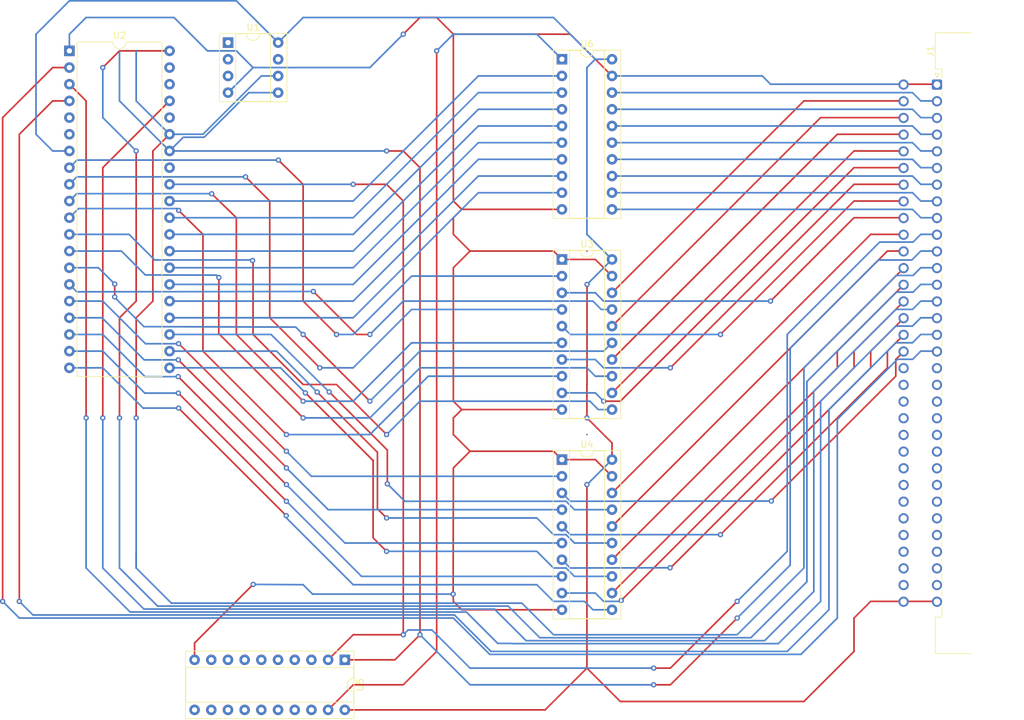
<source format=kicad_pcb>
(kicad_pcb (version 20211014) (generator pcbnew)
  (layers (0 "F.Cu" signal) (31 "B.Cu" signal) (34 "B.Paste" user) (35 "F.Paste" user) (36 "B.SilkS" user "B.Silkscreen") (37 "F.SilkS" user "F.Silkscreen") (38 "B.Mask" user) (39 "F.Mask" user) (44 "Edge.Cuts" user))
  (net 0 "")
  (net 1 "GND")
  (net 2 "Net-(J1-Pad2)")
  (net 3 "Net-(J1-Pad3)")
  (net 4 "Net-(J1-Pad4)")
  (net 5 "Net-(J1-Pad5)")
  (net 6 "Net-(J1-Pad6)")
  (net 7 "Net-(J1-Pad7)")
  (net 8 "Net-(J1-Pad8)")
  (net 9 "Net-(J1-Pad9)")
  (net 10 "Net-(J1-Pad10)")
  (net 11 "Net-(J1-Pad11)")
  (net 12 "Net-(J1-Pad12)")
  (net 13 "Net-(J1-Pad13)")
  (net 14 "Net-(J1-Pad14)")
  (net 15 "Net-(J1-Pad15)")
  (net 16 "Net-(J1-Pad16)")
  (net 17 "Net-(J1-Pad17)")
  (net 32 "VCC")
  (net 47 "Net-(J1-Pad48)")
  (net 48 "Net-(J1-Pad49)")
  (net 49 "Net-(J1-Pad50)")
  (net 50 "Net-(J1-Pad51)")
  (net 51 "Net-(J1-Pad52)")
  (net 52 "Net-(J1-Pad53)")
  (net 53 "Net-(J1-Pad54)")
  (net 54 "Net-(J1-Pad55)")
  (net 55 "Net-(J1-Pad56)")
  (net 56 "Net-(J1-Pad57)")
  (net 57 "Net-(J1-Pad58)")
  (net 58 "Net-(J1-Pad59)")
  (net 59 "Net-(J1-Pad60)")
  (net 60 "Net-(J1-Pad61)")
  (net 61 "Net-(J1-Pad62)")
  (net 62 "Net-(J1-Pad63)")
  (net 69 "Net-(U2-Pad8)")
  (net 70 "Net-(U2-Pad9)")
  (net 71 "Net-(U2-Pad10)")
  (net 72 "Net-(U2-Pad11)")
  (net 73 "Net-(U2-Pad12)")
  (net 74 "Net-(U2-Pad13)")
  (net 75 "Net-(U2-Pad14)")
  (net 76 "Net-(U2-Pad15)")
  (net 77 "Net-(U2-Pad16)")
  (net 78 "Net-(U2-Pad17)")
  (net 79 "Net-(U2-Pad18)")
  (net 80 "Net-(U2-Pad19)")
  (net 81 "Net-(U2-Pad20)")
  (net 82 "Net-(U2-Pad21)")
  (net 83 "Net-(U2-Pad22)")
  (net 84 "Net-(U2-Pad23)")
  (net 85 "Net-(U2-Pad24)")
  (net 86 "Net-(U2-Pad25)")
  (net 87 "Net-(U2-Pad26)")
  (net 88 "Net-(U2-Pad27)")
  (net 89 "Net-(U2-Pad28)")
  (net 90 "Net-(U2-Pad29)")
  (net 91 "Net-(U2-Pad30)")
  (net 92 "Net-(U2-Pad31)")
  (net 107 "Net-(U5-Pad19)")
  (footprint "Package_DIP:DIP-8_W7.62mm_Socket" (layer "F.Cu") (at 133.36 36.84)
    (fp_text reference "U1")
    (fp_text value "ATtiny85-20P")
  )
  (footprint "Package_DIP:DIP-20_W7.62mm_Socket" (layer "F.Cu") (at 151.125 130.82 -90)
    (fp_text reference "U5")
    (fp_text value "GAL20V8")
  )
  (footprint "card_bus_2_32:DIN41612_R_2x32_Male_Horizontal_THT" (layer "F.Cu") (at 200.043608 83.87482)
    (fp_text reference "J1")
    (fp_text value "card_bus_2_32")
  )
  (footprint "Package_DIP:DIP-20_W7.62mm_Socket" (layer "F.Cu") (at 184.16 39.375)
    (fp_text reference "U6")
    (fp_text value "74LS245")
  )
  (footprint "Package_DIP:DIP-20_W7.62mm_Socket" (layer "F.Cu") (at 184.16 100.335)
    (fp_text reference "U4")
    (fp_text value "74LS244")
  )
  (footprint "Package_DIP:DIP-20_W7.62mm_Socket" (layer "F.Cu") (at 184.16 69.855)
    (fp_text reference "U3")
    (fp_text value "74LS244")
  )
  (footprint "Package_DIP:DIP-40_W15.24mm" (layer "F.Cu") (at 109.22 38.1)
    (fp_text reference "U2")
    (fp_text value "HD63B09EP")
  )
  (segment (start 236.22 43.18) (end 241.3 43.18) (width 0.25) (layer "F.Cu") (net 1))
  (segment (start 167.64 66.04) (end 170.18 68.58) (width 0.25) (layer "F.Cu") (net 1))
  (segment (start 167.64 91.44) (end 168.915 92.715) (width 0.25) (layer "F.Cu") (net 1))
  (segment (start 189.24 69.855) (end 191.78 72.395) (width 0.25) (layer "F.Cu") (net 1))
  (segment (start 182.885 68.58) (end 184.16 69.855) (width 0.25) (layer "F.Cu") (net 1))
  (segment (start 167.64 101.6) (end 167.608598 120.810494) (width 0.25) (layer "F.Cu") (net 1))
  (segment (start 168.905 62.235) (end 168.905 62.225) (width 0.25) (layer "F.Cu") (net 1))
  (segment (start 167.64 93.99) (end 167.64 96.52) (width 0.25) (layer "F.Cu") (net 1))
  (segment (start 128.265 128.250576) (end 128.265 130.82) (width 0.25) (layer "F.Cu") (net 1))
  (segment (start 184.16 69.855) (end 189.24 69.855) (width 0.25) (layer "F.Cu") (net 1))
  (segment (start 167.64 96.52) (end 170.18 99.06) (width 0.25) (layer "F.Cu") (net 1))
  (segment (start 170.18 99.06) (end 167.64 101.6) (width 0.25) (layer "F.Cu") (net 1))
  (segment (start 162.56 33.02) (end 165.1 33.02) (width 0.25) (layer "F.Cu") (net 1))
  (segment (start 168.915 123.195) (end 168.905 123.195) (width 0.25) (layer "F.Cu") (net 1))
  (segment (start 168.905 62.225) (end 167.64 60.96) (width 0.25) (layer "F.Cu") (net 1))
  (segment (start 185.425 35.56) (end 191.78 41.915) (width 0.25) (layer "F.Cu") (net 1))
  (segment (start 170.18 68.58) (end 182.885 68.58) (width 0.25) (layer "F.Cu") (net 1))
  (segment (start 189.24 100.335) (end 191.78 102.875) (width 0.25) (layer "F.Cu") (net 1))
  (segment (start 167.64 121.92) (end 168.915 123.195) (width 0.25) (layer "F.Cu") (net 1))
  (segment (start 137.180934 119.334642) (end 128.265 128.250576) (width 0.25) (layer "F.Cu") (net 1))
  (segment (start 167.64 63.5) (end 167.64 66.04) (width 0.25) (layer "F.Cu") (net 1))
  (segment (start 182.885 99.06) (end 184.16 100.335) (width 0.25) (layer "F.Cu") (net 1))
  (segment (start 160.02 35.56) (end 162.56 33.02) (width 0.25) (layer "F.Cu") (net 1))
  (segment (start 168.915 123.195) (end 184.16 123.195) (width 0.25) (layer "F.Cu") (net 1))
  (segment (start 167.64 35.56) (end 165.1 33.02) (width 0.25) (layer "F.Cu") (net 1))
  (segment (start 168.915 92.715) (end 184.16 92.715) (width 0.25) (layer "F.Cu") (net 1))
  (segment (start 167.64 60.96) (end 167.64 35.56) (width 0.25) (layer "F.Cu") (net 1))
  (segment (start 167.64 35.56) (end 185.425 35.56) (width 0.25) (layer "F.Cu") (net 1))
  (segment (start 184.16 62.235) (end 168.905 62.235) (width 0.25) (layer "F.Cu") (net 1))
  (segment (start 184.16 100.335) (end 189.24 100.335) (width 0.25) (layer "F.Cu") (net 1))
  (segment (start 170.18 99.06) (end 182.885 99.06) (width 0.25) (layer "F.Cu") (net 1))
  (segment (start 167.64 71.12) (end 167.64 91.44) (width 0.25) (layer "F.Cu") (net 1))
  (segment (start 168.915 92.715) (end 167.64 93.99) (width 0.25) (layer "F.Cu") (net 1))
  (segment (start 170.18 68.58) (end 167.64 71.12) (width 0.25) (layer "F.Cu") (net 1))
  (segment (start 167.608598 120.810494) (end 167.64 121.92) (width 0.25) (layer "F.Cu") (net 1))
  (segment (start 168.905 62.235) (end 167.64 63.5) (width 0.25) (layer "F.Cu") (net 1))
  (segment (start 187.965 68.58) (end 187.96 68.58) (width 0.25) (layer "F.Cu") (net 1))
  (via (at 137.180934 119.334642) (size 0.8) (drill 0.4) (layers "F.Cu" "B.Cu") (net 1))
  (via (at 167.608598 120.810494) (size 0.8) (drill 0.4) (layers "F.Cu" "B.Cu") (net 1))
  (via (at 160.02 35.56) (size 0.8) (drill 0.4) (layers "F.Cu" "B.Cu") (net 1))
  (segment (start 134.62 38.1) (end 130.2186 38.1) (width 0.25) (layer "B.Cu") (net 1))
  (segment (start 154.94 40.64) (end 160.02 35.56) (width 0.25) (layer "B.Cu") (net 1))
  (segment (start 191.78 41.915) (end 214.635 41.915) (width 0.25) (layer "B.Cu") (net 1))
  (segment (start 214.635 41.915) (end 215.9 43.18) (width 0.25) (layer "B.Cu") (net 1))
  (segment (start 134.301802 43.518198) (end 134.301802 43.498198) (width 0.25) (layer "B.Cu") (net 1))
  (segment (start 125.1386 33.02) (end 111.76 33.02) (width 0.25) (layer "B.Cu") (net 1))
  (segment (start 109.22 35.56) (end 109.22 38.1) (width 0.25) (layer "B.Cu") (net 1))
  (segment (start 215.9 43.18) (end 236.22 43.18) (width 0.25) (layer "B.Cu") (net 1))
  (segment (start 146.210494 120.810494) (end 144.78 119.38) (width 0.25) (layer "B.Cu") (net 1))
  (segment (start 137.180934 119.334642) (end 137.16 119.38) (width 0.25) (layer "B.Cu") (net 1))
  (segment (start 144.78 119.38) (end 137.180934 119.334642) (width 0.25) (layer "B.Cu") (net 1))
  (segment (start 133.36 44.46) (end 137.18 40.64) (width 0.25) (layer "B.Cu") (net 1))
  (segment (start 133.36 44.46) (end 134.301802 43.518198) (width 0.25) (layer "B.Cu") (net 1))
  (segment (start 167.608598 120.810494) (end 146.210494 120.810494) (width 0.25) (layer "B.Cu") (net 1))
  (segment (start 111.76 33.02) (end 109.22 35.56) (width 0.25) (layer "B.Cu") (net 1))
  (segment (start 137.18 40.64) (end 147.32 40.64) (width 0.25) (layer "B.Cu") (net 1))
  (segment (start 130.2186 38.1) (end 125.1386 33.02) (width 0.25) (layer "B.Cu") (net 1))
  (segment (start 147.32 40.64) (end 154.94 40.64) (width 0.25) (layer "B.Cu") (net 1))
  (segment (start 137.16 40.64) (end 134.62 38.1) (width 0.25) (layer "B.Cu") (net 1))
  (segment (start 220.98 45.72) (end 236.22 45.72) (width 0.25) (layer "F.Cu") (net 2))
  (segment (start 191.78 74.935) (end 208.28 58.435) (width 0.25) (layer "F.Cu") (net 2))
  (segment (start 208.28 58.42) (end 220.98 45.72) (width 0.25) (layer "F.Cu") (net 2))
  (segment (start 208.28 58.435) (end 208.28 58.42) (width 0.25) (layer "F.Cu") (net 2))
  (segment (start 210.82 60.96) (end 223.52 48.26) (width 0.25) (layer "F.Cu") (net 3))
  (segment (start 223.52 48.26) (end 236.22 48.26) (width 0.25) (layer "F.Cu") (net 3))
  (segment (start 191.78 80.015) (end 210.82 60.975) (width 0.25) (layer "F.Cu") (net 3))
  (segment (start 210.82 60.975) (end 210.82 60.96) (width 0.25) (layer "F.Cu") (net 3))
  (segment (start 208.28 68.595) (end 208.28 68.58) (width 0.25) (layer "F.Cu") (net 4))
  (segment (start 208.28 68.58) (end 226.06 50.8) (width 0.25) (layer "F.Cu") (net 4))
  (segment (start 226.06 50.8) (end 236.22 50.8) (width 0.25) (layer "F.Cu") (net 4))
  (segment (start 191.78 85.095) (end 208.28 68.595) (width 0.25) (layer "F.Cu") (net 4))
  (segment (start 213.36 68.58) (end 228.6 53.34) (width 0.25) (layer "F.Cu") (net 5))
  (segment (start 228.6 53.34) (end 236.22 53.34) (width 0.25) (layer "F.Cu") (net 5))
  (segment (start 191.78 90.175) (end 213.36 68.595) (width 0.25) (layer "F.Cu") (net 5))
  (segment (start 213.36 68.595) (end 213.36 68.58) (width 0.25) (layer "F.Cu") (net 5))
  (segment (start 193.04 91.44) (end 228.6 55.88) (width 0.25) (layer "F.Cu") (net 6))
  (segment (start 228.6 55.88) (end 236.22 55.88) (width 0.25) (layer "F.Cu") (net 6))
  (segment (start 190.5 91.44) (end 193.04 91.44) (width 0.25) (layer "F.Cu") (net 6))
  (via (at 190.5 91.44) (size 0.8) (drill 0.4) (layers "F.Cu" "B.Cu") (net 6))
  (segment (start 190.5 91.44) (end 189.235 90.175) (width 0.25) (layer "B.Cu") (net 6))
  (segment (start 189.235 90.175) (end 184.16 90.175) (width 0.25) (layer "B.Cu") (net 6))
  (segment (start 200.66 86.36) (end 228.6 58.42) (width 0.25) (layer "F.Cu") (net 7))
  (segment (start 228.6 58.42) (end 236.22 58.42) (width 0.25) (layer "F.Cu") (net 7))
  (via (at 200.66 86.36) (size 0.8) (drill 0.4) (layers "F.Cu" "B.Cu") (net 7))
  (segment (start 189.235 85.095) (end 190.5 86.36) (width 0.25) (layer "B.Cu") (net 7))
  (segment (start 190.5 86.36) (end 200.66 86.36) (width 0.25) (layer "B.Cu") (net 7))
  (segment (start 184.16 85.095) (end 189.235 85.095) (width 0.25) (layer "B.Cu") (net 7))
  (segment (start 208.28 81.28) (end 228.6 60.96) (width 0.25) (layer "F.Cu") (net 8))
  (segment (start 228.6 60.96) (end 236.22 60.96) (width 0.25) (layer "F.Cu") (net 8))
  (via (at 208.28 81.28) (size 0.8) (drill 0.4) (layers "F.Cu" "B.Cu") (net 8))
  (segment (start 185.425 81.28) (end 184.16 80.015) (width 0.25) (layer "B.Cu") (net 8))
  (segment (start 208.28 81.28) (end 185.425 81.28) (width 0.25) (layer "B.Cu") (net 8))
  (segment (start 228.6 63.5) (end 236.22 63.5) (width 0.25) (layer "F.Cu") (net 9))
  (segment (start 215.9 76.2) (end 228.6 63.5) (width 0.25) (layer "F.Cu") (net 9))
  (via (at 215.9 76.2) (size 0.8) (drill 0.4) (layers "F.Cu" "B.Cu") (net 9))
  (segment (start 184.16 74.935) (end 189.235 74.935) (width 0.25) (layer "B.Cu") (net 9))
  (segment (start 189.235 74.935) (end 190.5 76.2) (width 0.25) (layer "B.Cu") (net 9))
  (segment (start 190.5 76.2) (end 215.9 76.2) (width 0.25) (layer "B.Cu") (net 9))
  (segment (start 231.14 66.04) (end 236.22 66.04) (width 0.25) (layer "F.Cu") (net 10))
  (segment (start 218.44 78.755) (end 218.44 78.74) (width 0.25) (layer "F.Cu") (net 10))
  (segment (start 218.44 78.74) (end 231.14 66.04) (width 0.25) (layer "F.Cu") (net 10))
  (segment (start 191.78 105.415) (end 218.44 78.755) (width 0.25) (layer "F.Cu") (net 10))
  (segment (start 191.78 110.495) (end 205.74 96.535) (width 0.25) (layer "F.Cu") (net 11))
  (segment (start 205.74 96.535) (end 205.74 96.52) (width 0.25) (layer "F.Cu") (net 11))
  (segment (start 233.68 68.58) (end 236.22 68.58) (width 0.25) (layer "F.Cu") (net 11))
  (segment (start 205.74 96.52) (end 233.68 68.58) (width 0.25) (layer "F.Cu") (net 11))
  (segment (start 205.74 101.6) (end 236.22 71.12) (width 0.25) (layer "F.Cu") (net 12))
  (segment (start 191.78 115.575) (end 205.74 101.615) (width 0.25) (layer "F.Cu") (net 12))
  (segment (start 205.74 101.615) (end 205.74 101.6) (width 0.25) (layer "F.Cu") (net 12))
  (segment (start 191.78 120.655) (end 226.06 86.375) (width 0.25) (layer "F.Cu") (net 13))
  (segment (start 226.06 83.82) (end 236.22 73.66) (width 0.25) (layer "F.Cu") (net 13))
  (segment (start 226.06 86.375) (end 226.06 83.82) (width 0.25) (layer "F.Cu") (net 13))
  (segment (start 193.18 121.78) (end 228.6 86.36) (width 0.25) (layer "F.Cu") (net 14))
  (segment (start 228.6 86.36) (end 228.6 83.82) (width 0.25) (layer "F.Cu") (net 14))
  (segment (start 228.6 83.82) (end 236.22 76.2) (width 0.25) (layer "F.Cu") (net 14))
  (via (at 193.18 121.78) (size 0.8) (drill 0.4) (layers "F.Cu" "B.Cu") (net 14))
  (segment (start 189.235 120.655) (end 190.5 121.92) (width 0.25) (layer "B.Cu") (net 14))
  (segment (start 193.04 121.92) (end 193.18 121.78) (width 0.25) (layer "B.Cu") (net 14))
  (segment (start 190.5 121.92) (end 193.04 121.92) (width 0.25) (layer "B.Cu") (net 14))
  (segment (start 184.16 120.655) (end 189.235 120.655) (width 0.25) (layer "B.Cu") (net 14))
  (segment (start 231.14 86.36) (end 231.14 83.82) (width 0.25) (layer "F.Cu") (net 15))
  (segment (start 200.697217 116.802783) (end 231.14 86.36) (width 0.25) (layer "F.Cu") (net 15))
  (segment (start 231.14 83.82) (end 236.22 78.74) (width 0.25) (layer "F.Cu") (net 15))
  (segment (start 200.613479 116.802783) (end 200.697217 116.802783) (width 0.25) (layer "F.Cu") (net 15))
  (via (at 200.613479 116.802783) (size 0.8) (drill 0.4) (layers "F.Cu" "B.Cu") (net 15))
  (segment (start 185.425 116.84) (end 200.613479 116.802783) (width 0.25) (layer "B.Cu") (net 15))
  (segment (start 200.613479 116.802783) (end 200.66 116.84) (width 0.25) (layer "B.Cu") (net 15))
  (segment (start 184.16 115.575) (end 185.425 116.84) (width 0.25) (layer "B.Cu") (net 15))
  (segment (start 233.68 86.36) (end 233.68 83.82) (width 0.25) (layer "F.Cu") (net 16))
  (segment (start 208.28 111.76) (end 233.68 86.36) (width 0.25) (layer "F.Cu") (net 16))
  (segment (start 233.68 83.82) (end 236.22 81.28) (width 0.25) (layer "F.Cu") (net 16))
  (via (at 208.28 111.76) (size 0.8) (drill 0.4) (layers "F.Cu" "B.Cu") (net 16))
  (segment (start 205.74 111.76) (end 208.28 111.76) (width 0.25) (layer "B.Cu") (net 16))
  (segment (start 185.425 111.76) (end 205.74 111.76) (width 0.25) (layer "B.Cu") (net 16))
  (segment (start 184.16 110.495) (end 185.425 111.76) (width 0.25) (layer "B.Cu") (net 16))
  (segment (start 216.020952 106.642783) (end 216.020952 106.559048) (width 0.25) (layer "F.Cu") (net 17))
  (segment (start 234.954278 87.625722) (end 234.954278 85.085722) (width 0.25) (layer "F.Cu") (net 17))
  (segment (start 216.020952 106.559048) (end 234.954278 87.625722) (width 0.25) (layer "F.Cu") (net 17))
  (segment (start 234.954278 85.085722) (end 236.22 83.82) (width 0.25) (layer "F.Cu") (net 17))
  (via (at 216.020952 106.642783) (size 0.8) (drill 0.4) (layers "F.Cu" "B.Cu") (net 17))
  (segment (start 185.425 106.68) (end 216.020952 106.642783) (width 0.25) (layer "B.Cu") (net 17))
  (segment (start 185.425 106.68) (end 185.4225 106.6775) (width 0.25) (layer "B.Cu") (net 17))
  (segment (start 216.020952 106.642783) (end 215.9 106.68) (width 0.25) (layer "B.Cu") (net 17))
  (segment (start 185.4225 106.6775) (end 184.16 105.415) (width 0.25) (layer "B.Cu") (net 17))
  (segment (start 187.96 128.025305) (end 187.96 119.38) (width 0.25) (layer "F.Cu") (net 32))
  (segment (start 187.96 132.08) (end 187.96 127) (width 0.25) (layer "F.Cu") (net 32))
  (segment (start 187.96 93.98) (end 191.78 97.8) (width 0.25) (layer "F.Cu") (net 32))
  (segment (start 187.96 88.9) (end 187.96 93.98) (width 0.25) (layer "F.Cu") (net 32))
  (segment (start 187.96 104.14) (end 187.96 119.38) (width 0.25) (layer "F.Cu") (net 32))
  (segment (start 181.6 138.44) (end 187.96 132.08) (width 0.25) (layer "F.Cu") (net 32))
  (segment (start 187.96 132.08) (end 193.04 137.16) (width 0.25) (layer "F.Cu") (net 32))
  (segment (start 187.975 73.66) (end 187.975 88.885) (width 0.25) (layer "F.Cu") (net 32))
  (segment (start 231.14 121.92) (end 236.22 121.92) (width 0.25) (layer "F.Cu") (net 32))
  (segment (start 187.975 88.885) (end 187.96 88.9) (width 0.25) (layer "F.Cu") (net 32))
  (segment (start 220.98 137.16) (end 228.6 129.54) (width 0.25) (layer "F.Cu") (net 32))
  (segment (start 236.22 121.92) (end 241.3 121.92) (width 0.25) (layer "F.Cu") (net 32))
  (segment (start 228.6 124.46) (end 231.14 121.92) (width 0.25) (layer "F.Cu") (net 32))
  (segment (start 191.78 97.8) (end 191.78 100.335) (width 0.25) (layer "F.Cu") (net 32))
  (segment (start 151.125 138.44) (end 181.6 138.44) (width 0.25) (layer "F.Cu") (net 32))
  (segment (start 193.04 137.16) (end 220.98 137.16) (width 0.25) (layer "F.Cu") (net 32))
  (segment (start 228.6 129.54) (end 228.6 124.46) (width 0.25) (layer "F.Cu") (net 32))
  (via (at 187.96 93.98) (size 0.8) (drill 0.4) (layers "F.Cu" "B.Cu") (net 32))
  (via (at 187.96 104.14) (size 0.8) (drill 0.4) (layers "F.Cu" "B.Cu") (net 32))
  (via (at 187.975 73.66) (size 0.8) (drill 0.4) (layers "F.Cu" "B.Cu") (net 32))
  (segment (start 104.14 50.8) (end 104.14 35.56) (width 0.25) (layer "B.Cu") (net 32))
  (segment (start 140.98 36.84) (end 134.62 30.48) (width 0.25) (layer "B.Cu") (net 32))
  (segment (start 182.87 33.02) (end 144.78 33.02) (width 0.25) (layer "B.Cu") (net 32))
  (segment (start 144.78 33.02) (end 144.78 33.04) (width 0.25) (layer "B.Cu") (net 32))
  (segment (start 189.225 39.375) (end 191.78 39.375) (width 0.25) (layer "B.Cu") (net 32))
  (segment (start 191.78 100.335) (end 187.975 104.14) (width 0.25) (layer "B.Cu") (net 32))
  (segment (start 104.14 50.8) (end 106.68 53.34) (width 0.25) (layer "B.Cu") (net 32))
  (segment (start 187.96 40.64) (end 189.225 39.375) (width 0.25) (layer "B.Cu") (net 32))
  (segment (start 106.68 53.34) (end 109.22 53.34) (width 0.25) (layer "B.Cu") (net 32))
  (segment (start 187.975 104.14) (end 187.96 104.14) (width 0.25) (layer "B.Cu") (net 32))
  (segment (start 189.225 39.375) (end 182.87 33.02) (width 0.25) (layer "B.Cu") (net 32))
  (segment (start 144.78 33.04) (end 140.98 36.84) (width 0.25) (layer "B.Cu") (net 32))
  (segment (start 187.96 66.04) (end 187.96 40.64) (width 0.25) (layer "B.Cu") (net 32))
  (segment (start 187.965 66.04) (end 187.96 66.04) (width 0.25) (layer "B.Cu") (net 32))
  (segment (start 191.78 69.855) (end 187.975 73.66) (width 0.25) (layer "B.Cu") (net 32))
  (segment (start 187.96 96.52) (end 187.965 96.52) (width 0.25) (layer "B.Cu") (net 32))
  (segment (start 109.22 30.48) (end 104.14 35.56) (width 0.25) (layer "B.Cu") (net 32))
  (segment (start 191.78 69.855) (end 187.965 66.04) (width 0.25) (layer "B.Cu") (net 32))
  (segment (start 134.62 30.48) (end 109.22 30.48) (width 0.25) (layer "B.Cu") (net 32))
  (segment (start 99.06 121.92) (end 99.06 48.26) (width 0.25) (layer "F.Cu") (net 47))
  (segment (start 99.06 48.26) (end 106.68 40.64) (width 0.25) (layer "F.Cu") (net 47))
  (segment (start 106.68 40.64) (end 109.22 40.64) (width 0.25) (layer "F.Cu") (net 47))
  (via (at 99.06 121.92) (size 0.8) (drill 0.4) (layers "F.Cu" "B.Cu") (net 47))
  (segment (start 237.517913 85.062087) (end 235.201208 85.062087) (width 0.25) (layer "B.Cu") (net 47))
  (segment (start 226.06 124.46) (end 220.53 129.99) (width 0.25) (layer "B.Cu") (net 47))
  (segment (start 226.06 94.203295) (end 226.06 124.46) (width 0.25) (layer "B.Cu") (net 47))
  (segment (start 238.76 83.82) (end 237.517913 85.062087) (width 0.25) (layer "B.Cu") (net 47))
  (segment (start 238.76 83.82) (end 241.3 83.82) (width 0.25) (layer "B.Cu") (net 47))
  (segment (start 220.53 129.99) (end 173.17 129.99) (width 0.25) (layer "B.Cu") (net 47))
  (segment (start 101.6 124.46) (end 99.06 121.92) (width 0.25) (layer "B.Cu") (net 47))
  (segment (start 173.17 129.99) (end 167.64 124.46) (width 0.25) (layer "B.Cu") (net 47))
  (segment (start 167.64 124.46) (end 101.6 124.46) (width 0.25) (layer "B.Cu") (net 47))
  (segment (start 235.201208 85.062087) (end 226.06 94.203295) (width 0.25) (layer "B.Cu") (net 47))
  (segment (start 101.6 121.92) (end 101.6 50.8) (width 0.25) (layer "F.Cu") (net 48))
  (segment (start 106.68 45.72) (end 109.22 45.72) (width 0.25) (layer "F.Cu") (net 48))
  (segment (start 101.6 50.8) (end 106.68 45.72) (width 0.25) (layer "F.Cu") (net 48))
  (via (at 101.6 121.92) (size 0.8) (drill 0.4) (layers "F.Cu" "B.Cu") (net 48))
  (segment (start 103.668983 123.988983) (end 167.805379 123.988983) (width 0.25) (layer "B.Cu") (net 48))
  (segment (start 238.76 81.28) (end 241.3 81.28) (width 0.25) (layer "B.Cu") (net 48))
  (segment (start 218.44 129.54) (end 224.785722 123.194278) (width 0.25) (layer "B.Cu") (net 48))
  (segment (start 224.785722 123.194278) (end 224.785722 92.714278) (width 0.25) (layer "B.Cu") (net 48))
  (segment (start 234.954278 82.545722) (end 237.494278 82.545722) (width 0.25) (layer "B.Cu") (net 48))
  (segment (start 224.785722 92.714278) (end 234.954278 82.545722) (width 0.25) (layer "B.Cu") (net 48))
  (segment (start 237.494278 82.545722) (end 238.76 81.28) (width 0.25) (layer "B.Cu") (net 48))
  (segment (start 101.6 121.92) (end 103.668983 123.988983) (width 0.25) (layer "B.Cu") (net 48))
  (segment (start 173.356396 129.54) (end 218.44 129.54) (width 0.25) (layer "B.Cu") (net 48))
  (segment (start 167.805379 123.988983) (end 173.356396 129.54) (width 0.25) (layer "B.Cu") (net 48))
  (segment (start 111.76 93.98) (end 111.76 45.72) (width 0.25) (layer "F.Cu") (net 49))
  (segment (start 109.22 43.18) (end 111.76 45.72) (width 0.25) (layer "F.Cu") (net 49))
  (via (at 111.76 93.98) (size 0.8) (drill 0.4) (layers "F.Cu" "B.Cu") (net 49))
  (segment (start 234.954278 80.005722) (end 237.494278 80.005722) (width 0.25) (layer "B.Cu") (net 49))
  (segment (start 223.52 121.92) (end 223.52 91.44) (width 0.25) (layer "B.Cu") (net 49))
  (segment (start 237.494278 80.005722) (end 238.76 78.74) (width 0.25) (layer "B.Cu") (net 49))
  (segment (start 118.458983 123.538983) (end 169.618351 123.538983) (width 0.25) (layer "B.Cu") (net 49))
  (segment (start 176.582335 128.322335) (end 176.61 128.35) (width 0.25) (layer "B.Cu") (net 49))
  (segment (start 176.61 128.35) (end 217.09 128.35) (width 0.25) (layer "B.Cu") (net 49))
  (segment (start 223.52 91.44) (end 234.954278 80.005722) (width 0.25) (layer "B.Cu") (net 49))
  (segment (start 217.09 128.35) (end 223.52 121.92) (width 0.25) (layer "B.Cu") (net 49))
  (segment (start 169.618351 123.538983) (end 174.401703 128.322335) (width 0.25) (layer "B.Cu") (net 49))
  (segment (start 238.76 78.74) (end 241.3 78.74) (width 0.25) (layer "B.Cu") (net 49))
  (segment (start 111.76 116.84) (end 118.458983 123.538983) (width 0.25) (layer "B.Cu") (net 49))
  (segment (start 174.401703 128.322335) (end 176.582335 128.322335) (width 0.25) (layer "B.Cu") (net 49))
  (segment (start 111.76 93.98) (end 111.76 116.84) (width 0.25) (layer "B.Cu") (net 49))
  (segment (start 114.3 55.88) (end 124.46 45.72) (width 0.25) (layer "F.Cu") (net 50))
  (segment (start 114.3 93.98) (end 114.3 55.88) (width 0.25) (layer "F.Cu") (net 50))
  (via (at 114.3 93.98) (size 0.8) (drill 0.4) (layers "F.Cu" "B.Cu") (net 50))
  (segment (start 238.76 76.2) (end 241.3 76.2) (width 0.25) (layer "B.Cu") (net 50))
  (segment (start 222.483763 92.409944) (end 222.452362 92.378543) (width 0.25) (layer "B.Cu") (net 50))
  (segment (start 222.452362 89.967638) (end 234.954278 77.465722) (width 0.25) (layer "B.Cu") (net 50))
  (segment (start 222.483763 120.416237) (end 222.483763 92.409944) (width 0.25) (layer "B.Cu") (net 50))
  (segment (start 222.452362 92.378543) (end 222.452362 89.967638) (width 0.25) (layer "B.Cu") (net 50))
  (segment (start 237.494278 77.465722) (end 238.76 76.2) (width 0.25) (layer "B.Cu") (net 50))
  (segment (start 178.7 127.9) (end 215 127.9) (width 0.25) (layer "B.Cu") (net 50))
  (segment (start 173.888983 123.088983) (end 178.7 127.9) (width 0.25) (layer "B.Cu") (net 50))
  (segment (start 120.548983 123.088983) (end 173.888983 123.088983) (width 0.25) (layer "B.Cu") (net 50))
  (segment (start 215 127.9) (end 222.483763 120.416237) (width 0.25) (layer "B.Cu") (net 50))
  (segment (start 234.954278 77.465722) (end 237.494278 77.465722) (width 0.25) (layer "B.Cu") (net 50))
  (segment (start 114.3 93.98) (end 114.3 116.84) (width 0.25) (layer "B.Cu") (net 50))
  (segment (start 114.3 116.84) (end 120.548983 123.088983) (width 0.25) (layer "B.Cu") (net 50))
  (segment (start 119.38 76.2) (end 119.38 53.34) (width 0.25) (layer "F.Cu") (net 51))
  (segment (start 116.84 78.74) (end 119.38 76.2) (width 0.25) (layer "F.Cu") (net 51))
  (segment (start 114.3 40.64) (end 116.84 38.1) (width 0.25) (layer "F.Cu") (net 51))
  (segment (start 116.84 93.98) (end 116.84 78.74) (width 0.25) (layer "F.Cu") (net 51))
  (segment (start 116.84 38.1) (end 124.46 38.1) (width 0.25) (layer "F.Cu") (net 51))
  (via (at 114.3 40.64) (size 0.8) (drill 0.4) (layers "F.Cu" "B.Cu") (net 51))
  (via (at 119.38 53.34) (size 0.8) (drill 0.4) (layers "F.Cu" "B.Cu") (net 51))
  (via (at 116.84 93.98) (size 0.8) (drill 0.4) (layers "F.Cu" "B.Cu") (net 51))
  (segment (start 116.84 93.98) (end 116.84 116.84) (width 0.25) (layer "B.Cu") (net 51))
  (segment (start 122.638983 122.638983) (end 175.978983 122.638983) (width 0.25) (layer "B.Cu") (net 51))
  (segment (start 175.978983 122.638983) (end 180.79 127.45) (width 0.25) (layer "B.Cu") (net 51))
  (segment (start 116.84 50.8) (end 114.3 48.26) (width 0.25) (layer "B.Cu") (net 51))
  (segment (start 221.43 88.45) (end 235.045 74.835) (width 0.25) (layer "B.Cu") (net 51))
  (segment (start 237.585 74.835) (end 238.76 73.66) (width 0.25) (layer "B.Cu") (net 51))
  (segment (start 180.79 127.45) (end 212.91 127.45) (width 0.25) (layer "B.Cu") (net 51))
  (segment (start 221.43 118.93) (end 221.43 88.45) (width 0.25) (layer "B.Cu") (net 51))
  (segment (start 212.91 127.45) (end 221.43 118.93) (width 0.25) (layer "B.Cu") (net 51))
  (segment (start 235.045 74.835) (end 237.585 74.835) (width 0.25) (layer "B.Cu") (net 51))
  (segment (start 119.38 53.34) (end 116.84 50.8) (width 0.25) (layer "B.Cu") (net 51))
  (segment (start 238.76 73.66) (end 241.3 73.66) (width 0.25) (layer "B.Cu") (net 51))
  (segment (start 116.84 116.84) (end 122.638983 122.638983) (width 0.25) (layer "B.Cu") (net 51))
  (segment (start 114.3 48.26) (end 114.3 40.64) (width 0.25) (layer "B.Cu") (net 51))
  (segment (start 121.92 53.34) (end 124.46 50.8) (width 0.25) (layer "F.Cu") (net 52))
  (segment (start 119.38 93.98) (end 119.38 78.74) (width 0.25) (layer "F.Cu") (net 52))
  (segment (start 121.92 76.2) (end 121.92 53.34) (width 0.25) (layer "F.Cu") (net 52))
  (segment (start 119.38 78.74) (end 121.92 76.2) (width 0.25) (layer "F.Cu") (net 52))
  (via (at 119.38 93.98) (size 0.8) (drill 0.4) (layers "F.Cu" "B.Cu") (net 52))
  (segment (start 235.045 72.295) (end 237.585 72.295) (width 0.25) (layer "B.Cu") (net 52))
  (segment (start 119.38 116.84) (end 119.38 114.3) (width 0.25) (layer "B.Cu") (net 52))
  (segment (start 182.88 127) (end 210.82 127) (width 0.25) (layer "B.Cu") (net 52))
  (segment (start 237.585 72.295) (end 238.76 71.12) (width 0.25) (layer "B.Cu") (net 52))
  (segment (start 220.98 86.36) (end 235.045 72.295) (width 0.25) (layer "B.Cu") (net 52))
  (segment (start 124.728983 122.188983) (end 178.068983 122.188983) (width 0.25) (layer "B.Cu") (net 52))
  (segment (start 210.82 127) (end 220.98 116.84) (width 0.25) (layer "B.Cu") (net 52))
  (segment (start 178.068983 122.188983) (end 182.88 127) (width 0.25) (layer "B.Cu") (net 52))
  (segment (start 140.98 41.92) (end 138.42 41.92) (width 0.25) (layer "B.Cu") (net 52))
  (segment (start 238.76 71.12) (end 241.3 71.12) (width 0.25) (layer "B.Cu") (net 52))
  (segment (start 138.42 41.92) (end 129.54 50.8) (width 0.25) (layer "B.Cu") (net 52))
  (segment (start 119.38 116.84) (end 119.38 93.98) (width 0.25) (layer "B.Cu") (net 52))
  (segment (start 129.54 50.8) (end 124.46 50.8) (width 0.25) (layer "B.Cu") (net 52))
  (segment (start 119.38 116.84) (end 124.728983 122.188983) (width 0.25) (layer "B.Cu") (net 52))
  (segment (start 119.38 45.72) (end 124.46 50.8) (width 0.25) (layer "B.Cu") (net 52))
  (segment (start 220.98 116.84) (end 220.98 86.36) (width 0.25) (layer "B.Cu") (net 52))
  (segment (start 119.38 38.1) (end 119.38 45.72) (width 0.25) (layer "B.Cu") (net 52))
  (segment (start 160.02 53.34) (end 162.56 55.88) (width 0.25) (layer "F.Cu") (net 53))
  (segment (start 162.56 55.88) (end 162.56 127) (width 0.25) (layer "F.Cu") (net 53))
  (segment (start 210.82 124.46) (end 200.66 134.62) (width 0.25) (layer "F.Cu") (net 53))
  (segment (start 160.02 53.34) (end 157.48 53.34) (width 0.25) (layer "F.Cu") (net 53))
  (segment (start 200.66 134.62) (end 198.12 134.62) (width 0.25) (layer "F.Cu") (net 53))
  (segment (start 162.56 127) (end 158.74 130.82) (width 0.25) (layer "F.Cu") (net 53))
  (segment (start 158.74 130.82) (end 151.125 130.82) (width 0.25) (layer "F.Cu") (net 53))
  (via (at 198.12 134.62) (size 0.8) (drill 0.4) (layers "F.Cu" "B.Cu") (net 53))
  (via (at 157.48 53.34) (size 0.8) (drill 0.4) (layers "F.Cu" "B.Cu") (net 53))
  (via (at 162.56 127) (size 0.8) (drill 0.4) (layers "F.Cu" "B.Cu") (net 53))
  (via (at 210.82 124.46) (size 0.8) (drill 0.4) (layers "F.Cu" "B.Cu") (net 53))
  (segment (start 210.82 124.46) (end 218.89 116.39) (width 0.25) (layer "B.Cu") (net 53))
  (segment (start 136.516396 44.46) (end 129.858198 51.118198) (width 0.25) (layer "B.Cu") (net 53))
  (segment (start 238.76 68.58) (end 241.3 68.58) (width 0.25) (layer "B.Cu") (net 53))
  (segment (start 237.395 69.945) (end 238.76 68.58) (width 0.25) (layer "B.Cu") (net 53))
  (segment (start 218.89 83.37) (end 232.315 69.945) (width 0.25) (layer "B.Cu") (net 53))
  (segment (start 116.84 45.72) (end 124.46 53.34) (width 0.25) (layer "B.Cu") (net 53))
  (segment (start 129.726396 51.25) (end 126.55 51.25) (width 0.25) (layer "B.Cu") (net 53))
  (segment (start 232.315 69.945) (end 237.395 69.945) (width 0.25) (layer "B.Cu") (net 53))
  (segment (start 140.98 44.46) (end 136.516396 44.46) (width 0.25) (layer "B.Cu") (net 53))
  (segment (start 218.89 116.39) (end 218.89 83.37) (width 0.25) (layer "B.Cu") (net 53))
  (segment (start 116.84 38.1) (end 116.84 45.72) (width 0.25) (layer "B.Cu") (net 53))
  (segment (start 170.18 134.62) (end 162.56 127) (width 0.25) (layer "B.Cu") (net 53))
  (segment (start 198.12 134.62) (end 170.18 134.62) (width 0.25) (layer "B.Cu") (net 53))
  (segment (start 126.55 51.25) (end 124.46 53.34) (width 0.25) (layer "B.Cu") (net 53))
  (segment (start 157.48 53.34) (end 124.46 53.34) (width 0.25) (layer "B.Cu") (net 53))
  (segment (start 157.48 58.42) (end 152.4 58.42) (width 0.25) (layer "F.Cu") (net 54))
  (segment (start 200.66 132.08) (end 198.12 132.08) (width 0.25) (layer "F.Cu") (net 54))
  (segment (start 160.02 60.96) (end 160.02 127) (width 0.25) (layer "F.Cu") (net 54))
  (segment (start 210.82 121.92) (end 200.66 132.08) (width 0.25) (layer "F.Cu") (net 54))
  (segment (start 152.405 127) (end 148.585 130.82) (width 0.25) (layer "F.Cu") (net 54))
  (segment (start 157.48 58.42) (end 160.02 60.96) (width 0.25) (layer "F.Cu") (net 54))
  (segment (start 160.02 127) (end 152.405 127) (width 0.25) (layer "F.Cu") (net 54))
  (via (at 198.12 132.08) (size 0.8) (drill 0.4) (layers "F.Cu" "B.Cu") (net 54))
  (via (at 152.4 58.42) (size 0.8) (drill 0.4) (layers "F.Cu" "B.Cu") (net 54))
  (via (at 210.82 121.92) (size 0.8) (drill 0.4) (layers "F.Cu" "B.Cu") (net 54))
  (via (at 160.02 127) (size 0.8) (drill 0.4) (layers "F.Cu" "B.Cu") (net 54))
  (segment (start 218.44 81.28) (end 232.505 67.215) (width 0.25) (layer "B.Cu") (net 54))
  (segment (start 218.44 114.3) (end 218.44 81.28) (width 0.25) (layer "B.Cu") (net 54))
  (segment (start 237.585 67.215) (end 238.76 66.04) (width 0.25) (layer "B.Cu") (net 54))
  (segment (start 232.505 67.215) (end 237.585 67.215) (width 0.25) (layer "B.Cu") (net 54))
  (segment (start 165.1 127) (end 164.375 126.275) (width 0.25) (layer "B.Cu") (net 54))
  (segment (start 164.375 126.275) (end 160.745 126.275) (width 0.25) (layer "B.Cu") (net 54))
  (segment (start 152.4 58.42) (end 124.46 58.42) (width 0.25) (layer "B.Cu") (net 54))
  (segment (start 198.12 132.08) (end 170.18 132.08) (width 0.25) (layer "B.Cu") (net 54))
  (segment (start 210.82 121.92) (end 218.44 114.3) (width 0.25) (layer "B.Cu") (net 54))
  (segment (start 170.18 132.08) (end 165.1 127) (width 0.25) (layer "B.Cu") (net 54))
  (segment (start 238.76 66.04) (end 241.3 66.04) (width 0.25) (layer "B.Cu") (net 54))
  (segment (start 160.745 126.275) (end 160.02 127) (width 0.25) (layer "B.Cu") (net 54))
  (segment (start 191.78 62.235) (end 237.495 62.235) (width 0.25) (layer "B.Cu") (net 55))
  (segment (start 237.495 62.235) (end 238.76 63.5) (width 0.25) (layer "B.Cu") (net 55))
  (segment (start 238.76 63.5) (end 241.3 63.5) (width 0.25) (layer "B.Cu") (net 55))
  (segment (start 237.495 59.695) (end 238.76 60.96) (width 0.25) (layer "B.Cu") (net 56))
  (segment (start 191.78 59.695) (end 237.495 59.695) (width 0.25) (layer "B.Cu") (net 56))
  (segment (start 238.76 60.96) (end 241.3 60.96) (width 0.25) (layer "B.Cu") (net 56))
  (segment (start 237.495 57.155) (end 238.76 58.42) (width 0.25) (layer "B.Cu") (net 57))
  (segment (start 238.76 58.42) (end 241.3 58.42) (width 0.25) (layer "B.Cu") (net 57))
  (segment (start 191.78 57.155) (end 237.495 57.155) (width 0.25) (layer "B.Cu") (net 57))
  (segment (start 191.78 54.615) (end 237.495 54.615) (width 0.25) (layer "B.Cu") (net 58))
  (segment (start 238.76 55.88) (end 237.485722 54.605722) (width 0.25) (layer "B.Cu") (net 58))
  (segment (start 237.495 54.615) (end 238.76 55.88) (width 0.25) (layer "B.Cu") (net 58))
  (segment (start 238.76 55.88) (end 241.3 55.88) (width 0.25) (layer "B.Cu") (net 58))
  (segment (start 238.76 53.34) (end 241.3 53.34) (width 0.25) (layer "B.Cu") (net 59))
  (segment (start 237.495 52.075) (end 238.76 53.34) (width 0.25) (layer "B.Cu") (net 59))
  (segment (start 191.78 52.075) (end 237.495 52.075) (width 0.25) (layer "B.Cu") (net 59))
  (segment (start 238.76 50.8) (end 241.3 50.8) (width 0.25) (layer "B.Cu") (net 60))
  (segment (start 191.78 49.535) (end 237.495 49.535) (width 0.25) (layer "B.Cu") (net 60))
  (segment (start 237.495 49.535) (end 238.76 50.8) (width 0.25) (layer "B.Cu") (net 60))
  (segment (start 238.76 48.26) (end 241.3 48.26) (width 0.25) (layer "B.Cu") (net 61))
  (segment (start 191.78 46.995) (end 237.495 46.995) (width 0.25) (layer "B.Cu") (net 61))
  (segment (start 237.495 46.995) (end 238.76 48.26) (width 0.25) (layer "B.Cu") (net 61))
  (segment (start 237.495 44.455) (end 238.76 45.72) (width 0.25) (layer "B.Cu") (net 62))
  (segment (start 191.78 44.455) (end 237.495 44.455) (width 0.25) (layer "B.Cu") (net 62))
  (segment (start 238.76 45.72) (end 241.3 45.72) (width 0.25) (layer "B.Cu") (net 62))
  (segment (start 144.78 58.42) (end 141.018846 54.728626) (width 0.25) (layer "F.Cu") (net 69))
  (segment (start 149.86 81.28) (end 144.78 76.2) (width 0.25) (layer "F.Cu") (net 69))
  (segment (start 141.018846 54.728626) (end 141.115 54.755) (width 0.25) (layer "F.Cu") (net 69))
  (segment (start 144.78 76.2) (end 144.78 58.42) (width 0.25) (layer "F.Cu") (net 69))
  (via (at 141.018846 54.728626) (size 0.8) (drill 0.4) (layers "F.Cu" "B.Cu") (net 69))
  (via (at 149.86 81.28) (size 0.8) (drill 0.4) (layers "F.Cu" "B.Cu") (net 69))
  (segment (start 110.371374 54.728626) (end 109.22 55.88) (width 0.25) (layer "B.Cu") (net 69))
  (segment (start 161.285 72.395) (end 152.4 81.28) (width 0.25) (layer "B.Cu") (net 69))
  (segment (start 152.4 81.28) (end 149.86 81.28) (width 0.25) (layer "B.Cu") (net 69))
  (segment (start 141.018846 54.728626) (end 110.371374 54.728626) (width 0.25) (layer "B.Cu") (net 69))
  (segment (start 184.16 72.395) (end 161.285 72.395) (width 0.25) (layer "B.Cu") (net 69))
  (segment (start 136.015604 57.282582) (end 136.035 57.295) (width 0.25) (layer "F.Cu") (net 70))
  (segment (start 139.7 78.74) (end 139.7 60.96) (width 0.25) (layer "F.Cu") (net 70))
  (segment (start 147.32 86.36) (end 139.7 78.74) (width 0.25) (layer "F.Cu") (net 70))
  (segment (start 139.7 60.96) (end 136.015604 57.282582) (width 0.25) (layer "F.Cu") (net 70))
  (via (at 136.015604 57.282582) (size 0.8) (drill 0.4) (layers "F.Cu" "B.Cu") (net 70))
  (via (at 147.32 86.36) (size 0.8) (drill 0.4) (layers "F.Cu" "B.Cu") (net 70))
  (segment (start 161.285 77.475) (end 152.4 86.36) (width 0.25) (layer "B.Cu") (net 70))
  (segment (start 184.16 77.475) (end 161.285 77.475) (width 0.25) (layer "B.Cu") (net 70))
  (segment (start 110.357418 57.282582) (end 109.22 58.42) (width 0.25) (layer "B.Cu") (net 70))
  (segment (start 136.015604 57.282582) (end 110.357418 57.282582) (width 0.25) (layer "B.Cu") (net 70))
  (segment (start 152.4 86.36) (end 147.32 86.36) (width 0.25) (layer "B.Cu") (net 70))
  (segment (start 134.62 81.28) (end 134.62 63.5) (width 0.25) (layer "F.Cu") (net 71))
  (segment (start 134.62 63.5) (end 130.865824 59.857472) (width 0.25) (layer "F.Cu") (net 71))
  (segment (start 130.865824 59.857472) (end 130.955 59.835) (width 0.25) (layer "F.Cu") (net 71))
  (segment (start 144.78 91.44) (end 134.62 81.28) (width 0.25) (layer "F.Cu") (net 71))
  (via (at 144.78 91.44) (size 0.8) (drill 0.4) (layers "F.Cu" "B.Cu") (net 71))
  (via (at 130.865824 59.857472) (size 0.8) (drill 0.4) (layers "F.Cu" "B.Cu") (net 71))
  (segment (start 109.22 60.96) (end 110.345 59.835) (width 0.25) (layer "B.Cu") (net 71))
  (segment (start 152.4 91.44) (end 144.78 91.44) (width 0.25) (layer "B.Cu") (net 71))
  (segment (start 110.345 59.835) (end 130.843352 59.835) (width 0.25) (layer "B.Cu") (net 71))
  (segment (start 184.16 82.555) (end 161.285 82.555) (width 0.25) (layer "B.Cu") (net 71))
  (segment (start 161.285 82.555) (end 152.4 91.44) (width 0.25) (layer "B.Cu") (net 71))
  (segment (start 130.843352 59.835) (end 130.865824 59.857472) (width 0.25) (layer "B.Cu") (net 71))
  (segment (start 129.54 83.82) (end 129.54 66.04) (width 0.25) (layer "F.Cu") (net 72))
  (segment (start 142.24 96.52) (end 129.54 83.82) (width 0.25) (layer "F.Cu") (net 72))
  (segment (start 129.54 66.04) (end 125.841648 62.390494) (width 0.25) (layer "F.Cu") (net 72))
  (segment (start 125.841648 62.390494) (end 125.875 62.375) (width 0.25) (layer "F.Cu") (net 72))
  (via (at 142.24 96.52) (size 0.8) (drill 0.4) (layers "F.Cu" "B.Cu") (net 72))
  (via (at 125.841648 62.390494) (size 0.8) (drill 0.4) (layers "F.Cu" "B.Cu") (net 72))
  (segment (start 125.841648 62.390494) (end 125.559878 62.108724) (width 0.25) (layer "B.Cu") (net 72))
  (segment (start 163.825 87.635) (end 154.94 96.52) (width 0.25) (layer "B.Cu") (net 72))
  (segment (start 125.559878 62.108724) (end 110.611276 62.108724) (width 0.25) (layer "B.Cu") (net 72))
  (segment (start 110.611276 62.108724) (end 109.22 63.5) (width 0.25) (layer "B.Cu") (net 72))
  (segment (start 152.4 96.52) (end 142.24 96.52) (width 0.25) (layer "B.Cu") (net 72))
  (segment (start 184.16 87.635) (end 163.825 87.635) (width 0.25) (layer "B.Cu") (net 72))
  (segment (start 154.94 96.52) (end 152.4 96.52) (width 0.25) (layer "B.Cu") (net 72))
  (segment (start 157.48 96.52) (end 149.86 88.9) (width 0.25) (layer "F.Cu") (net 73))
  (segment (start 149.86 88.9) (end 144.78 88.9) (width 0.25) (layer "F.Cu") (net 73))
  (segment (start 137.16 72.396977) (end 137.16 70.150055) (width 0.25) (layer "F.Cu") (net 73))
  (segment (start 137.16 70.150055) (end 137.090219 70.017472) (width 0.25) (layer "F.Cu") (net 73))
  (segment (start 137.16 81.28) (end 137.16 72.396977) (width 0.25) (layer "F.Cu") (net 73))
  (segment (start 144.78 88.9) (end 137.16 81.28) (width 0.25) (layer "F.Cu") (net 73))
  (segment (start 137.090219 70.017472) (end 137.12162 70.111675) (width 0.25) (layer "F.Cu") (net 73))
  (via (at 137.090219 70.017472) (size 0.8) (drill 0.4) (layers "F.Cu" "B.Cu") (net 73))
  (via (at 157.48 96.52) (size 0.8) (drill 0.4) (layers "F.Cu" "B.Cu") (net 73))
  (segment (start 191.78 92.715) (end 189.685 92.715) (width 0.25) (layer "B.Cu") (net 73))
  (segment (start 137.090219 70.017472) (end 137.00566 69.932913) (width 0.25) (layer "B.Cu") (net 73))
  (segment (start 189.685 92.715) (end 188.41 91.44) (width 0.25) (layer "B.Cu") (net 73))
  (segment (start 162.56 91.44) (end 157.48 96.52) (width 0.25) (layer "B.Cu") (net 73))
  (segment (start 118.291429 66.04) (end 109.22 66.04) (width 0.25) (layer "B.Cu") (net 73))
  (segment (start 137.00566 69.932913) (end 122.184342 69.932913) (width 0.25) (layer "B.Cu") (net 73))
  (segment (start 122.184342 69.932913) (end 118.291429 66.04) (width 0.25) (layer "B.Cu") (net 73))
  (segment (start 188.41 91.44) (end 162.56 91.44) (width 0.25) (layer "B.Cu") (net 73))
  (segment (start 144.78 93.98) (end 131.94434 81.14434) (width 0.25) (layer "F.Cu") (net 74))
  (segment (start 131.965274 72.613296) (end 131.94434 72.697032) (width 0.25) (layer "F.Cu") (net 74))
  (segment (start 131.94434 81.14434) (end 131.965274 72.613296) (width 0.25) (layer "F.Cu") (net 74))
  (via (at 131.965274 72.613296) (size 0.8) (drill 0.4) (layers "F.Cu" "B.Cu") (net 74))
  (via (at 144.78 93.98) (size 0.8) (drill 0.4) (layers "F.Cu" "B.Cu") (net 74))
  (segment (start 117.13 68.58) (end 109.22 68.58) (width 0.25) (layer "B.Cu") (net 74))
  (segment (start 131.596978 72.245) (end 120.765549 72.215549) (width 0.25) (layer "B.Cu") (net 74))
  (segment (start 154.94 93.98) (end 144.78 93.98) (width 0.25) (layer "B.Cu") (net 74))
  (segment (start 131.965274 72.613296) (end 131.596978 72.245) (width 0.25) (layer "B.Cu") (net 74))
  (segment (start 162.56 86.36) (end 154.94 93.98) (width 0.25) (layer "B.Cu") (net 74))
  (segment (start 187.96 86.36) (end 162.56 86.36) (width 0.25) (layer "B.Cu") (net 74))
  (segment (start 191.78 87.635) (end 189.235 87.635) (width 0.25) (layer "B.Cu") (net 74))
  (segment (start 189.235 87.635) (end 187.96 86.36) (width 0.25) (layer "B.Cu") (net 74))
  (segment (start 120.765549 72.215549) (end 117.13 68.58) (width 0.25) (layer "B.Cu") (net 74))
  (segment (start 154.94 91.44) (end 144.78 81.28) (width 0.25) (layer "F.Cu") (net 75))
  (segment (start 116.114285 73.604175) (end 116.128241 73.604175) (width 0.25) (layer "F.Cu") (net 75))
  (segment (start 116.114285 73.618131) (end 116.114285 73.604175) (width 0.25) (layer "F.Cu") (net 75))
  (segment (start 116.114285 75.558021) (end 116.114285 73.618131) (width 0.25) (layer "F.Cu") (net 75))
  (via (at 116.114285 73.604175) (size 0.8) (drill 0.4) (layers "F.Cu" "B.Cu") (net 75))
  (via (at 144.78 81.28) (size 0.8) (drill 0.4) (layers "F.Cu" "B.Cu") (net 75))
  (via (at 116.114285 75.558021) (size 0.8) (drill 0.4) (layers "F.Cu" "B.Cu") (net 75))
  (via (at 154.94 91.44) (size 0.8) (drill 0.4) (layers "F.Cu" "B.Cu") (net 75))
  (segment (start 116.128241 75.658791) (end 116.114285 75.558021) (width 0.25) (layer "B.Cu") (net 75))
  (segment (start 120.556208 80.086758) (end 116.128241 75.658791) (width 0.25) (layer "B.Cu") (net 75))
  (segment (start 143.655 80.155) (end 120.556208 80.086758) (width 0.25) (layer "B.Cu") (net 75))
  (segment (start 191.78 82.555) (end 190.515 83.82) (width 0.25) (layer "B.Cu") (net 75))
  (segment (start 113.63011 71.12) (end 109.22 71.12) (width 0.25) (layer "B.Cu") (net 75))
  (segment (start 116.114285 75.558021) (end 116.128241 75.641758) (width 0.25) (layer "B.Cu") (net 75))
  (segment (start 116.114285 73.604175) (end 113.63011 71.12) (width 0.25) (layer "B.Cu") (net 75))
  (segment (start 144.78 81.28) (end 143.655 80.155) (width 0.25) (layer "B.Cu") (net 75))
  (segment (start 162.56 83.82) (end 154.94 91.44) (width 0.25) (layer "B.Cu") (net 75))
  (segment (start 190.515 83.82) (end 162.56 83.82) (width 0.25) (layer "B.Cu") (net 75))
  (segment (start 146.337142 74.735659) (end 152.881483 81.28) (width 0.25) (layer "F.Cu") (net 76))
  (segment (start 152.881483 81.28) (end 154.94 81.28) (width 0.25) (layer "F.Cu") (net 76))
  (via (at 146.337142 74.735659) (size 0.8) (drill 0.4) (layers "F.Cu" "B.Cu") (net 76))
  (via (at 154.94 81.28) (size 0.8) (drill 0.4) (layers "F.Cu" "B.Cu") (net 76))
  (segment (start 146.337142 74.735659) (end 146.355 74.785) (width 0.25) (layer "B.Cu") (net 76))
  (segment (start 191.78 77.475) (end 190.149121 77.475) (width 0.25) (layer "B.Cu") (net 76))
  (segment (start 110.345 74.785) (end 146.337142 74.735659) (width 0.25) (layer "B.Cu") (net 76))
  (segment (start 109.22 73.66) (end 110.345 74.785) (width 0.25) (layer "B.Cu") (net 76))
  (segment (start 188.874121 76.2) (end 160.02 76.2) (width 0.25) (layer "B.Cu") (net 76))
  (segment (start 190.149121 77.475) (end 189.398516 76.724395) (width 0.25) (layer "B.Cu") (net 76))
  (segment (start 160.02 76.2) (end 154.94 81.28) (width 0.25) (layer "B.Cu") (net 76))
  (segment (start 189.398516 76.724395) (end 188.874121 76.2) (width 0.25) (layer "B.Cu") (net 76))
  (segment (start 142.24 99.06) (end 125.86956 82.68956) (width 0.25) (layer "F.Cu") (net 77))
  (segment (start 125.827692 82.68956) (end 125.875 82.695) (width 0.25) (layer "F.Cu") (net 77))
  (segment (start 125.86956 82.68956) (end 125.827692 82.68956) (width 0.25) (layer "F.Cu") (net 77))
  (via (at 125.827692 82.68956) (size 0.8) (drill 0.4) (layers "F.Cu" "B.Cu") (net 77))
  (via (at 142.24 99.06) (size 0.8) (drill 0.4) (layers "F.Cu" "B.Cu") (net 77))
  (segment (start 125.827692 82.68956) (end 120.78956 82.68956) (width 0.25) (layer "B.Cu") (net 77))
  (segment (start 114.3 76.2) (end 109.22 76.2) (width 0.25) (layer "B.Cu") (net 77))
  (segment (start 184.16 102.875) (end 146.055 102.875) (width 0.25) (layer "B.Cu") (net 77))
  (segment (start 120.78956 82.68956) (end 114.3 76.2) (width 0.25) (layer "B.Cu") (net 77))
  (segment (start 146.055 102.875) (end 142.24 99.06) (width 0.25) (layer "B.Cu") (net 77))
  (segment (start 125.789313 85.145824) (end 125.852115 85.145824) (width 0.25) (layer "F.Cu") (net 78))
  (segment (start 142.222555 101.516264) (end 125.789313 85.145824) (width 0.25) (layer "F.Cu") (net 78))
  (via (at 125.789313 85.145824) (size 0.8) (drill 0.4) (layers "F.Cu" "B.Cu") (net 78))
  (via (at 142.24 101.6) (size 0.8) (drill 0.4) (layers "F.Cu" "B.Cu") (net 78))
  (segment (start 184.16 107.955) (end 148.595 107.955) (width 0.25) (layer "B.Cu") (net 78))
  (segment (start 125.789313 85.145824) (end 120.594176 85.145824) (width 0.25) (layer "B.Cu") (net 78))
  (segment (start 148.595 107.955) (end 142.24 101.6) (width 0.25) (layer "B.Cu") (net 78))
  (segment (start 114.188352 78.74) (end 109.22 78.74) (width 0.25) (layer "B.Cu") (net 78))
  (segment (start 120.594176 85.145824) (end 114.188352 78.74) (width 0.25) (layer "B.Cu") (net 78))
  (segment (start 142.138818 104.07022) (end 125.768378 87.69978) (width 0.25) (layer "F.Cu") (net 79))
  (via (at 142.24 104.14) (size 0.8) (drill 0.4) (layers "F.Cu" "B.Cu") (net 79))
  (via (at 125.768378 87.69978) (size 0.8) (drill 0.4) (layers "F.Cu" "B.Cu") (net 79))
  (segment (start 184.16 113.035) (end 151.135 113.035) (width 0.25) (layer "B.Cu") (net 79))
  (segment (start 125.768378 87.69978) (end 120.71978 87.69978) (width 0.25) (layer "B.Cu") (net 79))
  (segment (start 151.135 113.035) (end 142.24 104.14) (width 0.25) (layer "B.Cu") (net 79))
  (segment (start 114.3 81.28) (end 109.22 81.28) (width 0.25) (layer "B.Cu") (net 79))
  (segment (start 120.71978 87.69978) (end 114.3 81.28) (width 0.25) (layer "B.Cu") (net 79))
  (segment (start 142.170219 106.582307) (end 125.799779 90.211867) (width 0.25) (layer "F.Cu") (net 80))
  (via (at 125.799779 90.211867) (size 0.8) (drill 0.4) (layers "F.Cu" "B.Cu") (net 80))
  (via (at 142.24 106.68) (size 0.8) (drill 0.4) (layers "F.Cu" "B.Cu") (net 80))
  (segment (start 153.675 118.115) (end 142.24 106.68) (width 0.25) (layer "B.Cu") (net 80))
  (segment (start 114.3 83.82) (end 109.22 83.82) (width 0.25) (layer "B.Cu") (net 80))
  (segment (start 184.16 118.115) (end 153.675 118.115) (width 0.25) (layer "B.Cu") (net 80))
  (segment (start 125.799779 90.211867) (end 120.691867 90.211867) (width 0.25) (layer "B.Cu") (net 80))
  (segment (start 120.691867 90.211867) (end 114.3 83.82) (width 0.25) (layer "B.Cu") (net 80))
  (segment (start 125.832926 92.491936) (end 142.208599 108.867609) (width 0.25) (layer "F.Cu") (net 81))
  (segment (start 142.208599 108.867609) (end 142.239999 108.867609) (width 0.25) (layer "F.Cu") (net 81))
  (via (at 142.208599 108.867609) (size 0.8) (drill 0.4) (layers "F.Cu" "B.Cu") (net 81))
  (via (at 125.832926 92.491936) (size 0.8) (drill 0.4) (layers "F.Cu" "B.Cu") (net 81))
  (segment (start 114.3 86.36) (end 119.38 91.44) (width 0.25) (layer "B.Cu") (net 81))
  (segment (start 119.38 91.44) (end 120.431936 92.491936) (width 0.25) (layer "B.Cu") (net 81))
  (segment (start 142.208599 109.188599) (end 152.4 119.38) (width 0.25) (layer "B.Cu") (net 81))
  (segment (start 180.34 119.38) (end 182.88 121.92) (width 0.25) (layer "B.Cu") (net 81))
  (segment (start 109.22 86.36) (end 114.3 86.36) (width 0.25) (layer "B.Cu") (net 81))
  (segment (start 120.557541 92.491936) (end 125.832926 92.491936) (width 0.25) (layer "B.Cu") (net 81))
  (segment (start 142.208599 108.867609) (end 142.208599 109.188599) (width 0.25) (layer "B.Cu") (net 81))
  (segment (start 120.431936 92.491936) (end 120.557541 92.491936) (width 0.25) (layer "B.Cu") (net 81))
  (segment (start 182.88 121.92) (end 187.597798 121.92) (width 0.25) (layer "B.Cu") (net 81))
  (segment (start 152.4 119.38) (end 180.34 119.38) (width 0.25) (layer "B.Cu") (net 81))
  (segment (start 188.872798 123.195) (end 191.78 123.195) (width 0.25) (layer "B.Cu") (net 81))
  (segment (start 187.597798 121.92) (end 188.872798 123.195) (width 0.25) (layer "B.Cu") (net 81))
  (segment (start 155.365659 100.417225) (end 155.428461 100.417225) (width 0.25) (layer "F.Cu") (net 82))
  (segment (start 155.428461 100.417225) (end 155.428461 112.248461) (width 0.25) (layer "F.Cu") (net 82))
  (segment (start 155.428461 112.248461) (end 157.48 114.3) (width 0.25) (layer "F.Cu") (net 82))
  (segment (start 145.128901 90.180467) (end 155.365659 100.417225) (width 0.25) (layer "F.Cu") (net 82))
  (via (at 145.128901 90.180467) (size 0.8) (drill 0.4) (layers "F.Cu" "B.Cu") (net 82))
  (via (at 157.48 114.3) (size 0.8) (drill 0.4) (layers "F.Cu" "B.Cu") (net 82))
  (segment (start 124.46 86.36) (end 141.339836 86.36) (width 0.25) (layer "B.Cu") (net 82))
  (segment (start 182.88 116.84) (end 184.789252 116.84) (width 0.25) (layer "B.Cu") (net 82))
  (segment (start 145.128901 90.180467) (end 145.0975 90.117664) (width 0.25) (layer "B.Cu") (net 82))
  (segment (start 141.339836 86.36) (end 145.128901 90.180467) (width 0.25) (layer "B.Cu") (net 82))
  (segment (start 180.34 114.3) (end 182.88 116.84) (width 0.25) (layer "B.Cu") (net 82))
  (segment (start 186.064252 118.115) (end 191.78 118.115) (width 0.25) (layer "B.Cu") (net 82))
  (segment (start 184.789252 116.84) (end 186.064252 118.115) (width 0.25) (layer "B.Cu") (net 82))
  (segment (start 157.48 114.3) (end 180.34 114.3) (width 0.25) (layer "B.Cu") (net 82))
  (segment (start 146.918763 90.054862) (end 156.056483 99.192582) (width 0.25) (layer "F.Cu") (net 83))
  (segment (start 156.087884 99.192582) (end 156.087884 107.827884) (width 0.25) (layer "F.Cu") (net 83))
  (segment (start 156.056483 99.192582) (end 156.087884 99.192582) (width 0.25) (layer "F.Cu") (net 83))
  (segment (start 156.087884 107.827884) (end 157.48 109.22) (width 0.25) (layer "F.Cu") (net 83))
  (via (at 157.48 109.22) (size 0.8) (drill 0.4) (layers "F.Cu" "B.Cu") (net 83))
  (via (at 146.918763 90.054862) (size 0.8) (drill 0.4) (layers "F.Cu" "B.Cu") (net 83))
  (segment (start 184.788604 111.76) (end 186.063604 113.035) (width 0.25) (layer "B.Cu") (net 83))
  (segment (start 186.063604 113.035) (end 191.78 113.035) (width 0.25) (layer "B.Cu") (net 83))
  (segment (start 124.46 83.82) (end 140.746703 83.82) (width 0.25) (layer "B.Cu") (net 83))
  (segment (start 157.48 109.22) (end 180.34 109.22) (width 0.25) (layer "B.Cu") (net 83))
  (segment (start 146.918763 90.054862) (end 146.918763 89.99206) (width 0.25) (layer "B.Cu") (net 83))
  (segment (start 182.88 111.76) (end 184.788604 111.76) (width 0.25) (layer "B.Cu") (net 83))
  (segment (start 140.746703 83.82) (end 146.918763 90.054862) (width 0.25) (layer "B.Cu") (net 83))
  (segment (start 180.34 109.22) (end 182.88 111.76) (width 0.25) (layer "B.Cu") (net 83))
  (segment (start 148.740027 90.023461) (end 157.595137 98.878571) (width 0.25) (layer "F.Cu") (net 84))
  (segment (start 157.595137 98.878571) (end 157.595137 104.024863) (width 0.25) (layer "F.Cu") (net 84))
  (via (at 157.595137 104.024863) (size 0.8) (drill 0.4) (layers "F.Cu" "B.Cu") (net 84))
  (via (at 148.740027 90.023461) (size 0.8) (drill 0.4) (layers "F.Cu" "B.Cu") (net 84))
  (segment (start 124.46 81.28) (end 139.902363 81.28) (width 0.25) (layer "B.Cu") (net 84))
  (segment (start 160.250274 106.68) (end 184.788604 106.68) (width 0.25) (layer "B.Cu") (net 84))
  (segment (start 186.063604 107.955) (end 191.78 107.955) (width 0.25) (layer "B.Cu") (net 84))
  (segment (start 148.740027 90.023461) (end 148.691181 90.068819) (width 0.25) (layer "B.Cu") (net 84))
  (segment (start 139.902363 81.28) (end 148.740027 90.023461) (width 0.25) (layer "B.Cu") (net 84))
  (segment (start 157.595137 104.024863) (end 160.250274 106.68) (width 0.25) (layer "B.Cu") (net 84))
  (segment (start 184.788604 106.68) (end 186.063604 107.955) (width 0.25) (layer "B.Cu") (net 84))
  (segment (start 184.16 59.695) (end 171.445 59.695) (width 0.25) (layer "B.Cu") (net 85))
  (segment (start 124.46 78.74) (end 152.4 78.74) (width 0.25) (layer "B.Cu") (net 85))
  (segment (start 171.445 59.695) (end 152.4 78.74) (width 0.25) (layer "B.Cu") (net 85))
  (segment (start 184.16 57.155) (end 171.445 57.155) (width 0.25) (layer "B.Cu") (net 86))
  (segment (start 124.46 76.2) (end 152.4 76.2) (width 0.25) (layer "B.Cu") (net 86))
  (segment (start 171.445 57.155) (end 152.4 76.2) (width 0.25) (layer "B.Cu") (net 86))
  (segment (start 171.445 54.615) (end 152.4 73.66) (width 0.25) (layer "B.Cu") (net 87))
  (segment (start 124.46 73.66) (end 152.4 73.66) (width 0.25) (layer "B.Cu") (net 87))
  (segment (start 184.16 54.615) (end 171.445 54.615) (width 0.25) (layer "B.Cu") (net 87))
  (segment (start 171.445 52.075) (end 184.16 52.075) (width 0.25) (layer "B.Cu") (net 88))
  (segment (start 124.46 71.12) (end 152.4 71.12) (width 0.25) (layer "B.Cu") (net 88))
  (segment (start 152.4 71.12) (end 171.445 52.075) (width 0.25) (layer "B.Cu") (net 88))
  (segment (start 171.445 49.535) (end 184.16 49.535) (width 0.25) (layer "B.Cu") (net 89))
  (segment (start 124.46 68.58) (end 152.4 68.58) (width 0.25) (layer "B.Cu") (net 89))
  (segment (start 152.4 68.58) (end 171.445 49.535) (width 0.25) (layer "B.Cu") (net 89))
  (segment (start 124.46 66.04) (end 152.4 66.04) (width 0.25) (layer "B.Cu") (net 90))
  (segment (start 171.445 46.995) (end 184.16 46.995) (width 0.25) (layer "B.Cu") (net 90))
  (segment (start 152.4 66.04) (end 171.445 46.995) (width 0.25) (layer "B.Cu") (net 90))
  (segment (start 152.4 63.5) (end 124.46 63.5) (width 0.25) (layer "B.Cu") (net 91))
  (segment (start 152.4 63.5) (end 171.445 44.455) (width 0.25) (layer "B.Cu") (net 91))
  (segment (start 171.445 44.455) (end 184.16 44.455) (width 0.25) (layer "B.Cu") (net 91))
  (segment (start 171.445 41.915) (end 184.16 41.915) (width 0.25) (layer "B.Cu") (net 92))
  (segment (start 152.4 60.96) (end 124.46 60.96) (width 0.25) (layer "B.Cu") (net 92))
  (segment (start 152.4 60.96) (end 171.445 41.915) (width 0.25) (layer "B.Cu") (net 92))
  (segment (start 148.585 138.44) (end 152.405 134.62) (width 0.25) (layer "F.Cu") (net 107))
  (segment (start 152.405 134.62) (end 160.02 134.62) (width 0.25) (layer "F.Cu") (net 107))
  (segment (start 165.1 129.54) (end 165.1 38.1) (width 0.25) (layer "F.Cu") (net 107))
  (segment (start 160.02 134.62) (end 165.1 129.54) (width 0.25) (layer "F.Cu") (net 107))
  (via (at 165.1 38.1) (size 0.8) (drill 0.4) (layers "F.Cu" "B.Cu") (net 107))
  (segment (start 180.345 35.56) (end 184.16 39.375) (width 0.25) (layer "B.Cu") (net 107))
  (segment (start 165.1 38.1) (end 167.64 35.56) (width 0.25) (layer "B.Cu") (net 107))
  (segment (start 167.64 35.56) (end 180.345 35.56) (width 0.25) (layer "B.Cu") (net 107))
)
</source>
